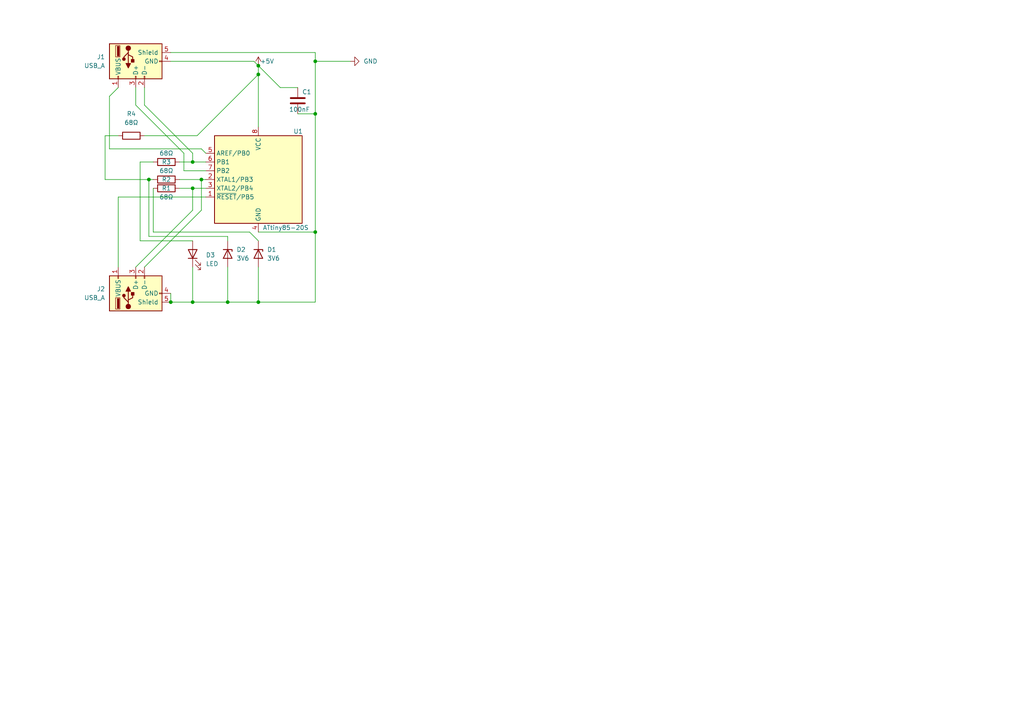
<source format=kicad_sch>
(kicad_sch (version 20230121) (generator eeschema)
  (paper "A4")
  (lib_symbols
    (symbol "Connector:USB_A" (pin_names (offset 1.016))
      (property "Reference" "J" (at -5.08 11.43 0))
      (property "Value" "USB_A" (at -5.08 8.89 0))
      (symbol "USB_A_0_1"
        (rectangle (start -5.08 -7.62) (end 5.08 7.62) (stroke (width 0.254)) (fill (type background)))
        (circle (center -3.81 2.159) (radius 0.635) (stroke (width 0.254)) (fill (type outline)))
        (rectangle (start -1.524 4.826) (end -4.318 5.334) (fill (type outline)))
        (rectangle (start -1.27 4.572) (end -4.572 5.842))
        (circle (center -0.635 3.429) (radius 0.381) (stroke (width 0.254)) (fill (type outline)))
        (rectangle (start -0.127 -7.62) (end 0.127 -6.858))
        (polyline (pts (xy -3.175 2.159) (xy -2.54 2.159) (xy -1.27 3.429) (xy -0.635 3.429)) (stroke (width 0.254)))
        (polyline (pts (xy -2.54 2.159) (xy -1.905 2.159) (xy -1.27 0.889) (xy 0 0.889)) (stroke (width 0.254)))
        (polyline (pts (xy 0.635 2.794) (xy 0.635 1.524) (xy 1.905 2.159) (xy 0.635 2.794)) (stroke (width 0.254)) (fill (type outline)))
        (rectangle (start 0.254 1.27) (end -0.508 0.508) (stroke (width 0.254)) (fill (type outline)))
        (rectangle (start 5.08 -2.667) (end 4.318 -2.413))
        (rectangle (start 5.08 -0.127) (end 4.318 0.127))
        (rectangle (start 5.08 4.953) (end 4.318 5.207))
      )
      (symbol "USB_A_1_1"
        (polyline (pts (xy -1.905 2.159) (xy 0.635 2.159)) (stroke (width 0.254)))
        (pin power_in line (at 7.62 5.08 180) (length 2.54) (name "VBUS") (number "1"))
        (pin bidirectional line (at 7.62 -2.54 180) (length 2.54) (name "D-") (number "2"))
        (pin bidirectional line (at 7.62 0 180) (length 2.54) (name "D+") (number "3"))
        (pin power_in line (at 0 -10.16 90) (length 2.54) (name "GND") (number "4"))
        (pin passive line (at -2.54 -10.16 90) (length 2.54) (name "Shield") (number "5"))
      )
    )
    (symbol "Device:C" (pin_numbers hide) (pin_names (offset 0.254))
      (property "Reference" "C" (at 0.635 2.54 0))
      (property "Value" "C" (at 0.635 -2.54 0))
      (symbol "C_0_1"
        (polyline (pts (xy -2.032 -0.762) (xy 2.032 -0.762)) (stroke (width 0.508)))
        (polyline (pts (xy -2.032 0.762) (xy 2.032 0.762)) (stroke (width 0.508)))
      )
      (symbol "C_1_1"
        (pin passive line (at 0 3.81 270) (length 2.794) (name "~") (number "1"))
        (pin passive line (at 0 -3.81 90) (length 2.794) (name "~") (number "2"))
      )
    )
    (symbol "Device:D_Zener" (pin_numbers hide) (pin_names (offset 1.016) hide)
      (property "Reference" "D" (at 0 2.54 0))
      (property "Value" "D_Zener" (at 0 -2.54 0))
      (symbol "D_Zener_0_1"
        (polyline (pts (xy 1.27 0) (xy -1.27 0)))
        (polyline (pts (xy -1.27 -1.27) (xy -1.27 1.27) (xy -0.762 1.27)) (stroke (width 0.254)))
        (polyline (pts (xy 1.27 -1.27) (xy 1.27 1.27) (xy -1.27 0) (xy 1.27 -1.27)) (stroke (width 0.254)))
      )
      (symbol "D_Zener_1_1"
        (pin passive line (at -3.81 0 0) (length 2.54) (name "K") (number "1"))
        (pin passive line (at 3.81 0 180) (length 2.54) (name "A") (number "2"))
      )
    )
    (symbol "Device:LED" (pin_numbers hide) (pin_names (offset 1.016) hide)
      (property "Reference" "D" (at 0 2.54 0))
      (property "Value" "LED" (at 0 -2.54 0))
      (symbol "LED_0_1"
        (polyline (pts (xy -1.27 -1.27) (xy -1.27 1.27)) (stroke (width 0.254)))
        (polyline (pts (xy -1.27 0) (xy 1.27 0)))
        (polyline (pts (xy 1.27 -1.27) (xy 1.27 1.27) (xy -1.27 0) (xy 1.27 -1.27)) (stroke (width 0.254)))
        (polyline (pts (xy -3.048 -0.762) (xy -4.572 -2.286) (xy -3.81 -2.286) (xy -4.572 -2.286) (xy -4.572 -1.524)))
        (polyline (pts (xy -1.778 -0.762) (xy -3.302 -2.286) (xy -2.54 -2.286) (xy -3.302 -2.286) (xy -3.302 -1.524)))
      )
      (symbol "LED_1_1"
        (pin passive line (at -3.81 0 0) (length 2.54) (name "K") (number "1"))
        (pin passive line (at 3.81 0 180) (length 2.54) (name "A") (number "2"))
      )
    )
    (symbol "Device:R" (pin_numbers hide) (pin_names (offset 0))
      (property "Reference" "R" (at 2.032 0 90))
      (property "Value" "R" (at 0 0 90))
      (symbol "R_0_1"
        (rectangle (start -1.016 -2.54) (end 1.016 2.54) (stroke (width 0.254)))
      )
      (symbol "R_1_1"
        (pin passive line (at 0 3.81 270) (length 1.27) (name "~") (number "1"))
        (pin passive line (at 0 -3.81 90) (length 1.27) (name "~") (number "2"))
      )
    )
    (symbol "MCU_Microchip_ATtiny:ATtiny85-20S"
      (property "Reference" "U" (at -12.7 13.97 0))
      (property "Value" "ATtiny85-20S" (at 2.54 -13.97 0))
      (symbol "ATtiny85-20S_0_1"
        (rectangle (start -12.7 -12.7) (end 12.7 12.7) (stroke (width 0.254)) (fill (type background)))
      )
      (symbol "ATtiny85-20S_1_1"
        (pin bidirectional line (at 15.24 -5.08 180) (length 2.54) (name "~{RESET}/PB5") (number "1"))
        (pin bidirectional line (at 15.24 0 180) (length 2.54) (name "XTAL1/PB3") (number "2"))
        (pin bidirectional line (at 15.24 -2.54 180) (length 2.54) (name "XTAL2/PB4") (number "3"))
        (pin power_in line (at 0 -15.24 90) (length 2.54) (name "GND") (number "4"))
        (pin bidirectional line (at 15.24 7.62 180) (length 2.54) (name "AREF/PB0") (number "5"))
        (pin bidirectional line (at 15.24 5.08 180) (length 2.54) (name "PB1") (number "6"))
        (pin bidirectional line (at 15.24 2.54 180) (length 2.54) (name "PB2") (number "7"))
        (pin power_in line (at 0 15.24 270) (length 2.54) (name "VCC") (number "8"))
      )
    )
    (symbol "PCM_4ms_Power-symbol:GND" (power) (pin_names (offset 0))
      (property "Value" "GND" (at 0 -3.81 0))
      (symbol "GND_0_1"
        (polyline (pts (xy 0 0) (xy 0 -1.27) (xy 1.27 -1.27) (xy 0 -2.54) (xy -1.27 -1.27) (xy 0 -1.27)))
      )
      (symbol "GND_1_1"
        (pin power_in line (at 0 0 270) (length 0) hide (name "GND") (number "1"))
      )
    )
    (symbol "power:+5V" (power) (pin_names (offset 0))
      (property "Value" "+5V" (at 0 3.556 0))
      (symbol "+5V_0_1"
        (polyline (pts (xy -0.762 1.27) (xy 0 2.54)))
        (polyline (pts (xy 0 0) (xy 0 2.54)))
        (polyline (pts (xy 0 2.54) (xy 0.762 1.27)))
      )
      (symbol "+5V_1_1"
        (pin power_in line (at 0 0 90) (length 0) hide (name "+5V") (number "1"))
      )
    )
  )
  (junction (at 74.93 21.59))
  (junction (at 66.04 87.63))
  (junction (at 58.42 52.07))
  (junction (at 91.44 17.78))
  (junction (at 55.88 46.99))
  (junction (at 91.44 33.02))
  (junction (at 74.93 87.63))
  (junction (at 43.18 52.07))
  (junction (at 91.44 67.31))
  (junction (at 55.88 54.61))
  (junction (at 74.93 19.05))
  (junction (at 49.53 87.63))
  (junction (at 55.88 87.63))
  (wire (pts (xy 91.44 33.02) (xy 91.44 67.31)))
  (wire (pts (xy 39.37 30.48) (xy 53.34 44.45)))
  (wire (pts (xy 74.93 67.31) (xy 91.44 67.31)))
  (wire (pts (xy 49.53 85.09) (xy 49.53 87.63)))
  (wire (pts (xy 52.07 54.61) (xy 55.88 54.61)))
  (wire (pts (xy 74.93 21.59) (xy 74.93 36.83)))
  (wire (pts (xy 72.39 67.31) (xy 74.93 69.85)))
  (wire (pts (xy 91.44 17.78) (xy 101.6 17.78)))
  (wire (pts (xy 81.28 25.4) (xy 74.93 19.05)))
  (wire (pts (xy 55.88 77.47) (xy 55.88 87.63)))
  (wire (pts (xy 30.48 39.37) (xy 30.48 52.07)))
  (wire (pts (xy 44.45 67.31) (xy 72.39 67.31)))
  (wire (pts (xy 91.44 15.24) (xy 91.44 17.78)))
  (wire (pts (xy 31.75 43.18) (xy 58.42 43.18)))
  (wire (pts (xy 58.42 52.07) (xy 59.69 52.07)))
  (wire (pts (xy 53.34 49.53) (xy 59.69 49.53)))
  (wire (pts (xy 43.18 52.07) (xy 43.18 68.58)))
  (wire (pts (xy 41.91 39.37) (xy 57.15 39.37)))
  (wire (pts (xy 53.34 44.45) (xy 53.34 49.53)))
  (wire (pts (xy 41.91 25.4) (xy 41.91 30.48)))
  (wire (pts (xy 43.18 68.58) (xy 66.04 68.58)))
  (wire (pts (xy 73.66 17.78) (xy 74.93 19.05)))
  (wire (pts (xy 55.88 54.61) (xy 59.69 54.61)))
  (wire (pts (xy 49.53 17.78) (xy 73.66 17.78)))
  (wire (pts (xy 34.29 57.15) (xy 59.69 57.15)))
  (wire (pts (xy 74.93 87.63) (xy 91.44 87.63)))
  (wire (pts (xy 34.29 25.4) (xy 31.75 27.94)))
  (wire (pts (xy 55.88 54.61) (xy 55.88 60.96)))
  (wire (pts (xy 34.29 57.15) (xy 34.29 77.47)))
  (wire (pts (xy 31.75 27.94) (xy 31.75 43.18)))
  (wire (pts (xy 49.53 15.24) (xy 91.44 15.24)))
  (wire (pts (xy 55.88 46.99) (xy 59.69 46.99)))
  (wire (pts (xy 39.37 77.47) (xy 55.88 60.96)))
  (wire (pts (xy 66.04 68.58) (xy 66.04 69.85)))
  (wire (pts (xy 39.37 25.4) (xy 39.37 30.48)))
  (wire (pts (xy 41.91 77.47) (xy 58.42 60.96)))
  (wire (pts (xy 30.48 52.07) (xy 43.18 52.07)))
  (wire (pts (xy 58.42 52.07) (xy 58.42 60.96)))
  (wire (pts (xy 43.18 52.07) (xy 44.45 52.07)))
  (wire (pts (xy 44.45 54.61) (xy 44.45 67.31)))
  (wire (pts (xy 86.36 33.02) (xy 91.44 33.02)))
  (wire (pts (xy 41.91 30.48) (xy 55.88 44.45)))
  (wire (pts (xy 74.93 19.05) (xy 74.93 21.59)))
  (wire (pts (xy 74.93 77.47) (xy 74.93 87.63)))
  (wire (pts (xy 40.64 46.99) (xy 40.64 69.85)))
  (wire (pts (xy 40.64 46.99) (xy 44.45 46.99)))
  (wire (pts (xy 49.53 87.63) (xy 55.88 87.63)))
  (wire (pts (xy 66.04 77.47) (xy 66.04 87.63)))
  (wire (pts (xy 52.07 52.07) (xy 58.42 52.07)))
  (wire (pts (xy 52.07 46.99) (xy 55.88 46.99)))
  (wire (pts (xy 91.44 67.31) (xy 91.44 87.63)))
  (wire (pts (xy 57.15 39.37) (xy 74.93 21.59)))
  (wire (pts (xy 86.36 25.4) (xy 81.28 25.4)))
  (wire (pts (xy 30.48 39.37) (xy 34.29 39.37)))
  (wire (pts (xy 66.04 87.63) (xy 74.93 87.63)))
  (wire (pts (xy 55.88 87.63) (xy 66.04 87.63)))
  (wire (pts (xy 55.88 44.45) (xy 55.88 46.99)))
  (wire (pts (xy 40.64 69.85) (xy 55.88 69.85)))
  (wire (pts (xy 58.42 43.18) (xy 59.69 44.45)))
  (wire (pts (xy 91.44 17.78) (xy 91.44 33.02)))
  (symbol (lib_id "MCU_Microchip_ATtiny:ATtiny85-20S") (at 74.93 52.07 0) (mirror y) (unit 1)
    (property "Reference" "U1" (at 85.09 38.1 0) (effects (justify right)))
    (property "Value" "ATtiny85-20S" (at 76.2 66.04 0) (effects (justify right)))
    (property "Footprint" "Package_SO:SOIC-8W_5.3x5.3mm_P1.27mm" (effects hide))
    (property "Datasheet" "http://ww1.microchip.com/downloads/en/DeviceDoc/atmel-2586-avr-8-bit-microcontroller-attiny25-attiny45-attiny85_datasheet.pdf" (effects hide))
  )
  (symbol (lib_id "Device:R") (at 38.1 39.37 90) (unit 1)
    (property "Reference" "R4" (at 38.1 33.02 90))
    (property "Value" "68Ω" (at 38.1 35.56 90))
    (property "Footprint" "Resistor_SMD:R_0805_2012Metric_Pad1.20x1.40mm_HandSolder" (effects hide))
  )
  (symbol (lib_id "Device:LED") (at 55.88 73.66 90) (unit 1)
    (property "Reference" "D3" (at 59.69 73.9775 90) (effects (justify right)))
    (property "Value" "LED" (at 59.69 76.5175 90) (effects (justify right)))
    (property "Footprint" "LED_THT:LED_D5.0mm" (effects hide))
  )
  (symbol (lib_id "power:+5V") (at 74.93 19.05 0) (unit 1)
    (property "Reference" "#PWR01" (effects hide))
    (property "Value" "+5V" (at 77.47 17.78 0))
  )
  (symbol (lib_id "Connector:USB_A") (at 39.37 17.78 90) (mirror x) (unit 1)
    (property "Reference" "J1" (at 30.48 16.51 90) (effects (justify left)))
    (property "Value" "USB_A" (at 30.48 19.05 90) (effects (justify left)))
    (property "Footprint" "Connector_USB:USB_A_Receptacle_GCT_USB1046" (effects hide))
    (property "Datasheet" " ~" (effects hide))
  )
  (symbol (lib_id "Device:C") (at 86.36 29.21 0) (unit 1)
    (property "Reference" "C1" (at 87.63 26.67 0) (effects (justify left)))
    (property "Value" "100nF" (at 83.82 31.75 0) (effects (justify left)))
    (property "Footprint" "Capacitor_SMD:C_1206_3216Metric_Pad1.33x1.80mm_HandSolder" (effects hide))
  )
  (symbol (lib_id "Connector:USB_A") (at 39.37 85.09 90) (unit 1)
    (property "Reference" "J2" (at 30.48 83.82 90) (effects (justify left)))
    (property "Value" "USB_A" (at 30.48 86.36 90) (effects (justify left)))
    (property "Footprint" "Connector_USB:USB_A_Receptacle_GCT_USB1046" (effects hide))
    (property "Datasheet" " ~" (effects hide))
  )
  (symbol (lib_id "Device:R") (at 48.26 46.99 90) (unit 1)
    (property "Reference" "R3" (at 48.26 46.99 90))
    (property "Value" "68Ω" (at 48.26 44.45 90))
    (property "Footprint" "Resistor_SMD:R_0805_2012Metric_Pad1.20x1.40mm_HandSolder" (effects hide))
  )
  (symbol (lib_id "Device:D_Zener") (at 74.93 73.66 270) (unit 1)
    (property "Reference" "D1" (at 77.47 72.39 90) (effects (justify left)))
    (property "Value" "3V6" (at 77.47 74.93 90) (effects (justify left)))
    (property "Footprint" "Diode_SMD:D_SOD-123" (effects hide))
  )
  (symbol (lib_id "PCM_4ms_Power-symbol:GND") (at 101.6 17.78 90) (unit 1)
    (property "Reference" "#PWR02" (effects hide))
    (property "Value" "GND" (at 105.41 17.78 90) (effects (justify right)))
  )
  (symbol (lib_id "Device:D_Zener") (at 66.04 73.66 270) (unit 1)
    (property "Reference" "D2" (at 68.58 72.39 90) (effects (justify left)))
    (property "Value" "3V6" (at 68.58 74.93 90) (effects (justify left)))
    (property "Footprint" "Diode_SMD:D_SOD-123" (effects hide))
  )
  (symbol (lib_id "Device:R") (at 48.26 52.07 90) (unit 1)
    (property "Reference" "R2" (at 48.26 52.07 90))
    (property "Value" "68Ω" (at 48.26 49.53 90))
    (property "Footprint" "Resistor_SMD:R_0805_2012Metric_Pad1.20x1.40mm_HandSolder" (effects hide))
  )
  (symbol (lib_id "Device:R") (at 48.26 54.61 90) (unit 1)
    (property "Reference" "R1" (at 48.26 54.61 90))
    (property "Value" "68Ω" (at 48.26 57.15 90))
    (property "Footprint" "Resistor_SMD:R_0805_2012Metric_Pad1.20x1.40mm_HandSolder" (effects hide))
  )
)
</source>
